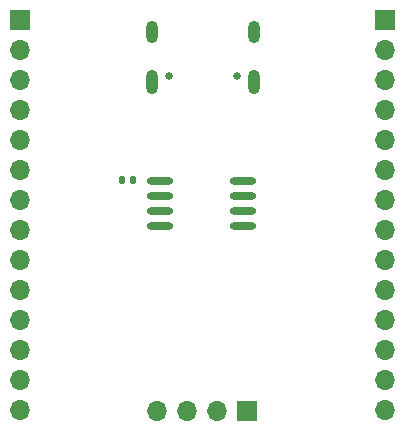
<source format=gbs>
%TF.GenerationSoftware,KiCad,Pcbnew,(6.0.7)*%
%TF.CreationDate,2022-09-30T17:02:33+08:00*%
%TF.ProjectId,UINIO-EVB-STM32L051K8,55494e49-4f2d-4455-9642-2d53544d3332,rev?*%
%TF.SameCoordinates,Original*%
%TF.FileFunction,Soldermask,Bot*%
%TF.FilePolarity,Negative*%
%FSLAX46Y46*%
G04 Gerber Fmt 4.6, Leading zero omitted, Abs format (unit mm)*
G04 Created by KiCad (PCBNEW (6.0.7)) date 2022-09-30 17:02:33*
%MOMM*%
%LPD*%
G01*
G04 APERTURE LIST*
G04 Aperture macros list*
%AMRoundRect*
0 Rectangle with rounded corners*
0 $1 Rounding radius*
0 $2 $3 $4 $5 $6 $7 $8 $9 X,Y pos of 4 corners*
0 Add a 4 corners polygon primitive as box body*
4,1,4,$2,$3,$4,$5,$6,$7,$8,$9,$2,$3,0*
0 Add four circle primitives for the rounded corners*
1,1,$1+$1,$2,$3*
1,1,$1+$1,$4,$5*
1,1,$1+$1,$6,$7*
1,1,$1+$1,$8,$9*
0 Add four rect primitives between the rounded corners*
20,1,$1+$1,$2,$3,$4,$5,0*
20,1,$1+$1,$4,$5,$6,$7,0*
20,1,$1+$1,$6,$7,$8,$9,0*
20,1,$1+$1,$8,$9,$2,$3,0*%
G04 Aperture macros list end*
%ADD10R,1.700000X1.700000*%
%ADD11O,1.700000X1.700000*%
%ADD12C,0.650000*%
%ADD13O,1.000000X2.100000*%
%ADD14O,1.000000X1.900000*%
%ADD15O,2.250000X0.630000*%
%ADD16RoundRect,0.140000X-0.140000X-0.170000X0.140000X-0.170000X0.140000X0.170000X-0.140000X0.170000X0*%
G04 APERTURE END LIST*
D10*
%TO.C,J3*%
X158740000Y-129540000D03*
D11*
X156200000Y-129540000D03*
X153660000Y-129540000D03*
X151120000Y-129540000D03*
%TD*%
D12*
%TO.C,USB1*%
X152110000Y-101198000D03*
X157890000Y-101198000D03*
D13*
X159325000Y-101698000D03*
X150675000Y-101698000D03*
D14*
X159325000Y-97498000D03*
X150675000Y-97498000D03*
%TD*%
D10*
%TO.C,J2*%
X170400000Y-96500000D03*
D11*
X170400000Y-99040000D03*
X170400000Y-101580000D03*
X170400000Y-104120000D03*
X170400000Y-106660000D03*
X170400000Y-109200000D03*
X170400000Y-111740000D03*
X170400000Y-114280000D03*
X170400000Y-116820000D03*
X170400000Y-119360000D03*
X170400000Y-121900000D03*
X170400000Y-124440000D03*
X170400000Y-126980000D03*
X170400000Y-129520000D03*
%TD*%
D15*
%TO.C,U2*%
X158450000Y-110053500D03*
X158450000Y-111323500D03*
X158450000Y-112593500D03*
X158450000Y-113863500D03*
X151390000Y-113863500D03*
X151390000Y-112593500D03*
X151390000Y-111323500D03*
X151390000Y-110053500D03*
%TD*%
D16*
%TO.C,C3*%
X148130000Y-110050000D03*
X149090000Y-110050000D03*
%TD*%
D10*
%TO.C,J1*%
X139500000Y-96500000D03*
D11*
X139500000Y-99040000D03*
X139500000Y-101580000D03*
X139500000Y-104120000D03*
X139500000Y-106660000D03*
X139500000Y-109200000D03*
X139500000Y-111740000D03*
X139500000Y-114280000D03*
X139500000Y-116820000D03*
X139500000Y-119360000D03*
X139500000Y-121900000D03*
X139500000Y-124440000D03*
X139500000Y-126980000D03*
X139500000Y-129520000D03*
%TD*%
M02*

</source>
